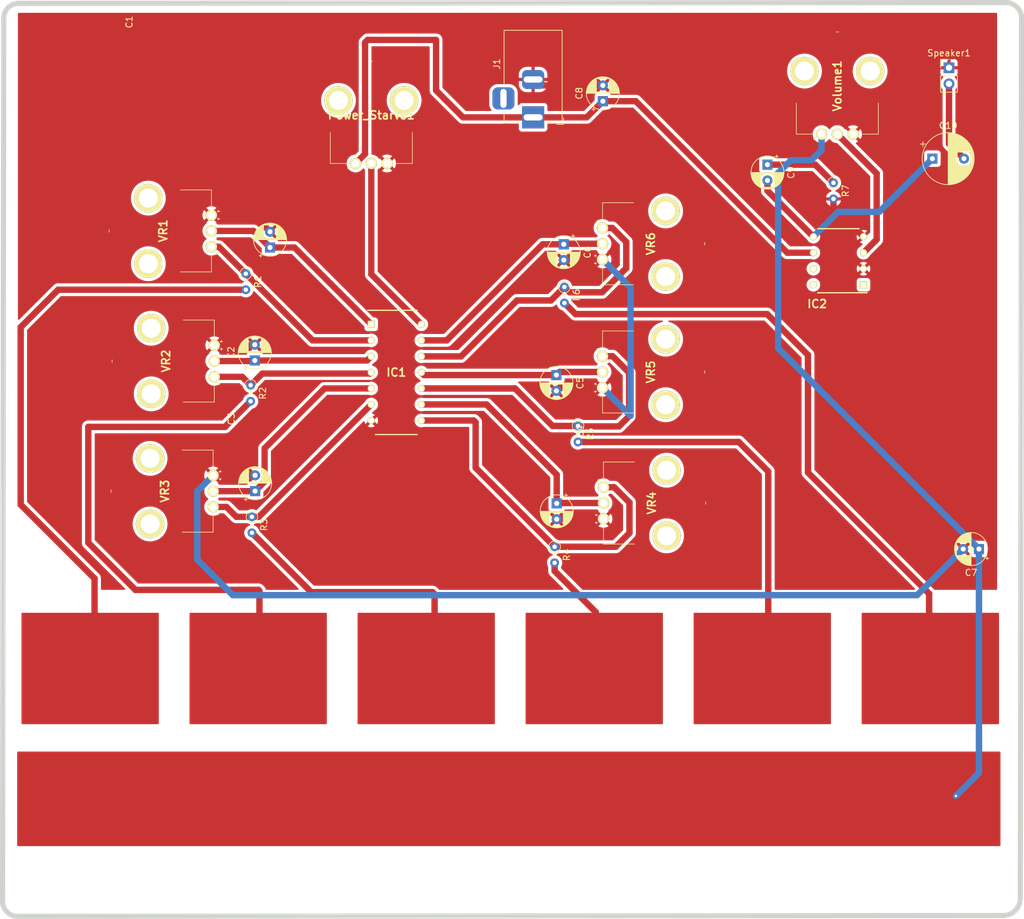
<source format=kicad_pcb>
(kicad_pcb (version 20211014) (generator pcbnew)
  (layers (0 "F.Cu" signal) (31 "B.Cu" signal) (34 "B.Paste" user) (35 "F.Paste" user) (36 "B.SilkS" user "B.Silkscreen") (37 "F.SilkS" user "F.Silkscreen") (38 "B.Mask" user) (39 "F.Mask" user) (44 "Edge.Cuts" user))
  (net 0 "")
  (net 1 "A_in")
  (net 2 "GND")
  (net 3 "B_in")
  (net 4 "C_in")
  (net 5 "D_in")
  (net 6 "E_in")
  (net 7 "F_in")
  (net 8 "+9V")
  (net 9 "Net-(IC1-Pad14)")
  (net 10 "F_out")
  (net 11 "E_out")
  (net 12 "D_out")
  (net 13 "B_out")
  (net 14 "A_out")
  (net 15 "Electrode1")
  (net 16 "Electrode2")
  (net 17 "C_out")
  (net 18 "Electrode3")
  (net 19 "Electrode4")
  (net 20 "Electrode5")
  (net 21 "Electrode6")
  (net 34 "OUTPUT_PAD")
  (net 35 "Net-(C9-Pad1)")
  (net 36 "Net-(C10-Pad1)")
  (net 37 "Net-(C10-Pad2)")
  (net 40 "Net-(IC2-Pad3)")
  (footprint "P120PK-Y25BR10K:P120PKY25BR10K" (layer "F.Cu") (at 94.3402 55.8146 90)
    (fp_text reference "VR1" (at 2.5 -7.65 90) (layer "F.SilkS") (effects (font (size 1.27 1.27) (thickness 0.254))))
    (fp_text value "10k" hide)
    (pad "1" thru_hole circle (at 0 0 180) (size 1.8 1.8) (drill 1.2) (layers *.Cu *.Mask "F.SilkS") (net 14 "A_out"))
    (pad "2" thru_hole circle (at 2.5 0 180) (size 1.8 1.8) (drill 1.2) (layers *.Cu *.Mask "F.SilkS") (net 1 "A_in"))
    (pad "3" thru_hole circle (at 5 0 180) (size 1.8 1.8) (drill 1.2) (layers *.Cu *.Mask "F.SilkS") (net 2 "GND"))
    (pad "MH1" thru_hole circle (at -2.7 -10 180) (size 4.5 4.5) (drill 3) (layers *.Cu *.Mask "F.SilkS"))
    (pad "MH2" thru_hole circle (at 7.7 -10 180) (size 4.5 4.5) (drill 3) (layers *.Cu *.Mask "F.SilkS"))
  )
  (footprint "Capacitor_THT:CP_Radial_D5.0mm_P2.50mm" (layer "F.Cu") (at 101.219 73.849113 90)
    (fp_text reference "C2" (at 1.25 -3.75 90) (layer "F.SilkS"))
    (fp_text value "1uF")
    (pad "1" thru_hole rect (at 0 0 90) (size 1.6 1.6) (drill 0.8) (layers *.Cu *.Mask) (net 3 "B_in"))
    (pad "2" thru_hole circle (at 2.5 0 90) (size 1.6 1.6) (drill 0.8) (layers *.Cu *.Mask) (net 2 "GND"))
  )
  (footprint "P120PK-Y25BR10K:P120PKY25BR10K" (layer "F.Cu") (at 117.1848 42.6258)
    (fp_text reference "Power_Starve1" (at 2.5 -7.65) (layer "F.SilkS") (effects (font (size 1.27 1.27) (thickness 0.254))))
    (fp_text value "10k" hide)
    (pad "1" thru_hole circle (at 0 0 90) (size 1.8 1.8) (drill 1.2) (layers *.Cu *.Mask "F.SilkS") (net 8 "+9V"))
    (pad "2" thru_hole circle (at 2.5 0 90) (size 1.8 1.8) (drill 1.2) (layers *.Cu *.Mask "F.SilkS") (net 9 "Net-(IC1-Pad14)"))
    (pad "3" thru_hole circle (at 5 0 90) (size 1.8 1.8) (drill 1.2) (layers *.Cu *.Mask "F.SilkS") (net 2 "GND"))
    (pad "MH1" thru_hole circle (at -2.7 -10 90) (size 4.5 4.5) (drill 3) (layers *.Cu *.Mask "F.SilkS"))
    (pad "MH2" thru_hole circle (at 7.7 -10 90) (size 4.5 4.5) (drill 3) (layers *.Cu *.Mask "F.SilkS"))
  )
  (footprint "Capacitor_THT:CP_Radial_D5.0mm_P2.50mm" (layer "F.Cu") (at 150.1902 55.436888 -90)
    (fp_text reference "C6" (at 1.25 -3.75 90) (layer "F.SilkS"))
    (fp_text value "1uF")
    (pad "1" thru_hole rect (at 0 0 270) (size 1.6 1.6) (drill 0.8) (layers *.Cu *.Mask) (net 7 "F_in"))
    (pad "2" thru_hole circle (at 2.5 0 270) (size 1.6 1.6) (drill 0.8) (layers *.Cu *.Mask) (net 2 "GND"))
  )
  (footprint "Capacitor_THT:CP_Radial_D5.0mm_P2.50mm" (layer "F.Cu") (at 182.4736 42.813088 -90)
    (fp_text reference "C9" (at 1.25 -3.75 90) (layer "F.SilkS"))
    (fp_text value "100nF")
    (pad "1" thru_hole rect (at 0 0 270) (size 1.6 1.6) (drill 0.8) (layers *.Cu *.Mask) (net 35 "Net-(C9-Pad1)"))
    (pad "2" thru_hole circle (at 2.5 0 270) (size 1.6 1.6) (drill 0.8) (layers *.Cu *.Mask) (net 36 "Net-(C10-Pad1)"))
  )
  (footprint "Capacitor_THT:CP_Radial_D8.0mm_P5.00mm" (layer "F.Cu") (at 208.620549 41.8592)
    (fp_text reference "C10" (at 2.5 -5.25) (layer "F.SilkS"))
    (fp_text value "1000uF")
    (pad "1" thru_hole rect (at 0 0) (size 1.6 1.6) (drill 0.8) (layers *.Cu *.Mask) (net 36 "Net-(C10-Pad1)"))
    (pad "2" thru_hole circle (at 5 0) (size 1.6 1.6) (drill 0.8) (layers *.Cu *.Mask) (net 37 "Net-(C10-Pad2)"))
  )
  (footprint "Resistor_THT:R_Axial_DIN0204_L3.6mm_D1.6mm_P2.54mm_Vertical" (layer "F.Cu") (at 192.9384 45.6938 -90)
    (fp_text reference "R7" (at 1.27 -1.92 90) (layer "F.SilkS"))
    (fp_text value "10")
    (pad "1" thru_hole circle (at 0 0 270) (size 1.4 1.4) (drill 0.7) (layers *.Cu *.Mask) (net 35 "Net-(C9-Pad1)"))
    (pad "2" thru_hole oval (at 2.54 0 270) (size 1.4 1.4) (drill 0.7) (layers *.Cu *.Mask) (net 2 "GND"))
  )
  (footprint "Capacitor_THT:CP_Radial_D5.0mm_P2.50mm" (layer "F.Cu") (at 103.632 55.942113 90)
    (fp_text reference "C1" (at 35.7324 -22.3128 90) (layer "F.SilkS"))
    (fp_text value "1uF")
    (pad "1" thru_hole rect (at 0 0 90) (size 1.6 1.6) (drill 0.8) (layers *.Cu *.Mask) (net 1 "A_in"))
    (pad "2" thru_hole circle (at 2.5 0 90) (size 1.6 1.6) (drill 0.8) (layers *.Cu *.Mask) (net 2 "GND"))
  )
  (footprint "CD40106BE:DIP794W53P254L1930H508Q14N" (layer "F.Cu") (at 123.6472 75.7428)
    (fp_text reference "IC1" (at 0 0) (layer "F.SilkS") (effects (font (size 1.27 1.27) (thickness 0.254))))
    (fp_text value "CD40106BE" hide)
    (pad "1" thru_hole rect (at -3.97 -7.62 90) (size 1.13 1.13) (drill 0.73) (layers *.Cu *.Mask "F.SilkS") (net 1 "A_in"))
    (pad "2" thru_hole circle (at -3.97 -5.08 90) (size 1.13 1.13) (drill 0.73) (layers *.Cu *.Mask "F.SilkS") (net 14 "A_out"))
    (pad "3" thru_hole circle (at -3.97 -2.54 90) (size 1.13 1.13) (drill 0.73) (layers *.Cu *.Mask "F.SilkS") (net 3 "B_in"))
    (pad "4" thru_hole circle (at -3.97 0 90) (size 1.13 1.13) (drill 0.73) (layers *.Cu *.Mask "F.SilkS") (net 13 "B_out"))
    (pad "5" thru_hole circle (at -3.97 2.54 90) (size 1.13 1.13) (drill 0.73) (layers *.Cu *.Mask "F.SilkS") (net 4 "C_in"))
    (pad "6" thru_hole circle (at -3.97 5.08 90) (size 1.13 1.13) (drill 0.73) (layers *.Cu *.Mask "F.SilkS") (net 17 "C_out"))
    (pad "7" thru_hole circle (at -3.97 7.62 90) (size 1.13 1.13) (drill 0.73) (layers *.Cu *.Mask "F.SilkS") (net 2 "GND"))
    (pad "8" thru_hole circle (at 3.97 7.62 90) (size 1.13 1.13) (drill 0.73) (layers *.Cu *.Mask "F.SilkS") (net 12 "D_out"))
    (pad "9" thru_hole circle (at 3.97 5.08 90) (size 1.13 1.13) (drill 0.73) (layers *.Cu *.Mask "F.SilkS") (net 5 "D_in"))
    (pad "10" thru_hole circle (at 3.97 2.54 90) (size 1.13 1.13) (drill 0.73) (layers *.Cu *.Mask "F.SilkS") (net 11 "E_out"))
    (pad "11" thru_hole circle (at 3.97 0 90) (size 1.13 1.13) (drill 0.73) (layers *.Cu *.Mask "F.SilkS") (net 6 "E_in"))
    (pad "12" thru_hole circle (at 3.97 -2.54 90) (size 1.13 1.13) (drill 0.73) (layers *.Cu *.Mask "F.SilkS") (net 10 "F_out"))
    (pad "13" thru_hole circle (at 3.97 -5.08 90) (size 1.13 1.13) (drill 0.73) (layers *.Cu *.Mask "F.SilkS") (net 7 "F_in"))
    (pad "14" thru_hole circle (at 3.97 -7.62 90) (size 1.13 1.13) (drill 0.73) (layers *.Cu *.Mask "F.SilkS") (net 9 "Net-(IC1-Pad14)"))
  )
  (footprint "Resistor_THT:R_Axial_DIN0204_L3.6mm_D1.6mm_P2.54mm_Vertical" (layer "F.Cu") (at 150.2918 62.2046 -90)
    (fp_text reference "R6" (at 1.27 -1.92 90) (layer "F.SilkS"))
    (fp_text value "1k")
    (pad "1" thru_hole circle (at 0 0 270) (size 1.4 1.4) (drill 0.7) (layers *.Cu *.Mask) (net 10 "F_out"))
    (pad "2" thru_hole oval (at 2.54 0 270) (size 1.4 1.4) (drill 0.7) (layers *.Cu *.Mask) (net 21 "Electrode6"))
  )
  (footprint "Resistor_THT:R_Axial_DIN0204_L3.6mm_D1.6mm_P2.54mm_Vertical" (layer "F.Cu") (at 99.7958 60.0964 -90)
    (fp_text reference "R1" (at 1.27 -1.92 90) (layer "F.SilkS"))
    (fp_text value "1k")
    (pad "1" thru_hole circle (at 0 0 270) (size 1.4 1.4) (drill 0.7) (layers *.Cu *.Mask) (net 14 "A_out"))
    (pad "2" thru_hole oval (at 2.54 0 270) (size 1.4 1.4) (drill 0.7) (layers *.Cu *.Mask) (net 15 "Electrode1"))
  )
  (footprint "Capacitor_THT:CP_Radial_D5.0mm_P2.50mm" (layer "F.Cu") (at 149.0218 76.163288 -90)
    (fp_text reference "C5" (at 1.25 -3.75 90) (layer "F.SilkS"))
    (fp_text value "1uF")
    (pad "1" thru_hole rect (at 0 0 270) (size 1.6 1.6) (drill 0.8) (layers *.Cu *.Mask) (net 6 "E_in"))
    (pad "2" thru_hole circle (at 2.5 0 270) (size 1.6 1.6) (drill 0.8) (layers *.Cu *.Mask) (net 2 "GND"))
  )
  (footprint "Resistor_THT:R_Axial_DIN0204_L3.6mm_D1.6mm_P2.54mm_Vertical" (layer "F.Cu") (at 148.7424 103.3772 -90)
    (fp_text reference "R4" (at 1.27 -1.92 -270) (layer "F.SilkS"))
    (fp_text value "1k")
    (pad "1" thru_hole circle (at 0 0 270) (size 1.4 1.4) (drill 0.7) (layers *.Cu *.Mask) (net 12 "D_out"))
    (pad "2" thru_hole oval (at 2.54 0 270) (size 1.4 1.4) (drill 0.7) (layers *.Cu *.Mask) (net 19 "Electrode4"))
  )
  (footprint "P120PK-Y25BR10K:P120PKY25BR10K" (layer "F.Cu") (at 191.048 37.9776)
    (fp_text reference "Volume1" (at 2.5 -7.65 90) (layer "F.SilkS") (effects (font (size 1.27 1.27) (thickness 0.254))))
    (fp_text value "10k" hide)
    (pad "1" thru_hole circle (at 0 0 90) (size 1.8 1.8) (drill 1.2) (layers *.Cu *.Mask "F.SilkS") (net 34 "OUTPUT_PAD"))
    (pad "2" thru_hole circle (at 2.5 0 90) (size 1.8 1.8) (drill 1.2) (layers *.Cu *.Mask "F.SilkS") (net 40 "Net-(IC2-Pad3)"))
    (pad "3" thru_hole circle (at 5 0 90) (size 1.8 1.8) (drill 1.2) (layers *.Cu *.Mask "F.SilkS") (net 2 "GND"))
    (pad "MH1" thru_hole circle (at -2.7 -10 90) (size 4.5 4.5) (drill 3) (layers *.Cu *.Mask "F.SilkS"))
    (pad "MH2" thru_hole circle (at 7.7 -10 90) (size 4.5 4.5) (drill 3) (layers *.Cu *.Mask "F.SilkS"))
  )
  (footprint "P120PK-Y25BR10K:P120PKY25BR10K" (layer "F.Cu") (at 156.3324 52.8466 -90)
    (fp_text reference "VR6" (at 2.5 -7.65 90) (layer "F.SilkS") (effects (font (size 1.27 1.27) (thickness 0.254))))
    (fp_text value "10k" hide)
    (pad "1" thru_hole circle (at 0 0) (size 1.8 1.8) (drill 1.2) (layers *.Cu *.Mask "F.SilkS") (net 10 "F_out"))
    (pad "2" thru_hole circle (at 2.5 0) (size 1.8 1.8) (drill 1.2) (layers *.Cu *.Mask "F.SilkS") (net 7 "F_in"))
    (pad "3" thru_hole circle (at 5 0) (size 1.8 1.8) (drill 1.2) (layers *.Cu *.Mask "F.SilkS") (net 2 "GND"))
    (pad "MH1" thru_hole circle (at -2.7 -10) (size 4.5 4.5) (drill 3) (layers *.Cu *.Mask "F.SilkS"))
    (pad "MH2" thru_hole circle (at 7.7 -10) (size 4.5 4.5) (drill 3) (layers *.Cu *.Mask "F.SilkS"))
  )
  (footprint "Resistor_THT:R_Axial_DIN0204_L3.6mm_D1.6mm_P2.54mm_Vertical" (layer "F.Cu") (at 100.5586 77.774 -90)
    (fp_text reference "R2" (at 1.27 -1.92 -270) (layer "F.SilkS"))
    (fp_text value "1k")
    (pad "1" thru_hole circle (at 0 0 270) (size 1.4 1.4) (drill 0.7) (layers *.Cu *.Mask) (net 13 "B_out"))
    (pad "2" thru_hole oval (at 2.54 0 270) (size 1.4 1.4) (drill 0.7) (layers *.Cu *.Mask) (net 16 "Electrode2"))
  )
  (footprint "P120PK-Y25BR10K:P120PKY25BR10K" (layer "F.Cu") (at 94.7974 76.4394 90)
    (fp_text reference "VR2" (at 2.5 -7.65 90) (layer "F.SilkS") (effects (font (size 1.27 1.27) (thickness 0.254))))
    (fp_text value "10k" hide)
    (pad "1" thru_hole circle (at 0 0 180) (size 1.8 1.8) (drill 1.2) (layers *.Cu *.Mask "F.SilkS") (net 13 "B_out"))
    (pad "2" thru_hole circle (at 2.5 0 180) (size 1.8 1.8) (drill 1.2) (layers *.Cu *.Mask "F.SilkS") (net 3 "B_in"))
    (pad "3" thru_hole circle (at 5 0 180) (size 1.8 1.8) (drill 1.2) (layers *.Cu *.Mask "F.SilkS") (net 2 "GND"))
    (pad "MH1" thru_hole circle (at -2.7 -10 180) (size 4.5 4.5) (drill 3) (layers *.Cu *.Mask "F.SilkS"))
    (pad "MH2" thru_hole circle (at 7.7 -10 180) (size 4.5 4.5) (drill 3) (layers *.Cu *.Mask "F.SilkS"))
  )
  (footprint "Capacitor_THT:CP_Radial_D5.0mm_P2.50mm" (layer "F.Cu") (at 156.3878 32.751912 90)
    (fp_text reference "C8" (at 1.25 -3.75 90) (layer "F.SilkS"))
    (fp_text value "100nF")
    (pad "1" thru_hole rect (at 0 0 90) (size 1.6 1.6) (drill 0.8) (layers *.Cu *.Mask) (net 8 "+9V"))
    (pad "2" thru_hole circle (at 2.5 0 90) (size 1.6 1.6) (drill 0.8) (layers *.Cu *.Mask) (net 2 "GND"))
  )
  (footprint "LM386N-4_NOPB:DIP794W53P254L959H508Q8N" (layer "F.Cu") (at 193.7258 58.039 180)
    (fp_text reference "IC2" (at 3.368975 -6.8476) (layer "F.SilkS") (effects (font (size 1.27 1.27) (thickness 0.254))))
    (fp_text value "LM386N-4_NOPB" hide)
    (pad "1" thru_hole rect (at -3.97 -3.81 270) (size 1.13 1.13) (drill 0.73) (layers *.Cu *.Mask "F.SilkS"))
    (pad "2" thru_hole circle (at -3.97 -1.27 270) (size 1.13 1.13) (drill 0.73) (layers *.Cu *.Mask "F.SilkS") (net 2 "GND"))
    (pad "3" thru_hole circle (at -3.97 1.27 270) (size 1.13 1.13) (drill 0.73) (layers *.Cu *.Mask "F.SilkS") (net 40 "Net-(IC2-Pad3)"))
    (pad "4" thru_hole circle (at -3.97 3.81 270) (size 1.13 1.13) (drill 0.73) (layers *.Cu *.Mask "F.SilkS") (net 2 "GND"))
    (pad "5" thru_hole circle (at 3.97 3.81 270) (size 1.13 1.13) (drill 0.73) (layers *.Cu *.Mask "F.SilkS") (net 36 "Net-(C10-Pad1)"))
    (pad "6" thru_hole circle (at 3.97 1.27 270) (size 1.13 1.13) (drill 0.73) (layers *.Cu *.Mask "F.SilkS") (net 8 "+9V"))
    (pad "7" thru_hole circle (at 3.97 -1.27 270) (size 1.13 1.13) (drill 0.73) (layers *.Cu *.Mask "F.SilkS"))
    (pad "8" thru_hole circle (at 3.97 -3.81 270) (size 1.13 1.13) (drill 0.73) (layers *.Cu *.Mask "F.SilkS"))
  )
  (footprint "Resistor_THT:R_Axial_DIN0204_L3.6mm_D1.6mm_P2.54mm_Vertical" (layer "F.Cu") (at 152.4508 84.2264 -90)
    (fp_text reference "R5" (at 1.27 -1.92 90) (layer "F.SilkS"))
    (fp_text value "1k")
    (pad "1" thru_hole circle (at 0 0 270) (size 1.4 1.4) (drill 0.7) (layers *.Cu *.Mask) (net 11 "E_out"))
    (pad "2" thru_hole oval (at 2.54 0 270) (size 1.4 1.4) (drill 0.7) (layers *.Cu *.Mask) (net 20 "Electrode5"))
  )
  (footprint "Capacitor_THT:CP_Radial_D5.0mm_P2.50mm" (layer "F.Cu") (at 101.2698 94.550113 90)
    (fp_text reference "C3" (at 11.41951 -3.75 90) (layer "F.SilkS"))
    (fp_text value "1uF")
    (pad "1" thru_hole rect (at 0 0 90) (size 1.6 1.6) (drill 0.8) (layers *.Cu *.Mask) (net 4 "C_in"))
    (pad "2" thru_hole circle (at 2.5 0 90) (size 1.6 1.6) (drill 0.8) (layers *.Cu *.Mask) (net 2 "GND"))
  )
  (footprint "Connector_BarrelJack:BarrelJack_Horizontal" (layer "F.Cu") (at 145.3311 35.3116 -90)
    (fp_text reference "J1" (at -8.45 5.75 90) (layer "F.SilkS"))
    (fp_text value "Barrel_Jack")
    (pad "1" thru_hole rect (at 0 0 270) (size 3.5 3.5) (drill oval 1 3) (layers *.Cu *.Mask) (net 8 "+9V"))
    (pad "2" thru_hole roundrect (at -6 0 270) (size 3 3.5) (drill oval 1 3) (layers *.Cu *.Mask) (net 2 "GND"))
    (pad "3" thru_hole roundrect (at -3 4.7 270) (size 3.5 3.5) (drill oval 3 1) (layers *.Cu *.Mask))
  )
  (footprint "P120PK-Y25BR10K:P120PKY25BR10K" (layer "F.Cu") (at 156.3324 73.172 -90)
    (fp_text reference "VR5" (at 2.5 -7.65 90) (layer "F.SilkS") (effects (font (size 1.27 1.27) (thickness 0.254))))
    (fp_text value "10k" hide)
    (pad "1" thru_hole circle (at 0 0) (size 1.8 1.8) (drill 1.2) (layers *.Cu *.Mask "F.SilkS") (net 11 "E_out"))
    (pad "2" thru_hole circle (at 2.5 0) (size 1.8 1.8) (drill 1.2) (layers *.Cu *.Mask "F.SilkS") (net 6 "E_in"))
    (pad "3" thru_hole circle (at 5 0) (size 1.8 1.8) (drill 1.2) (layers *.Cu *.Mask "F.SilkS") (net 2 "GND"))
    (pad "MH1" thru_hole circle (at -2.7 -10) (size 4.5 4.5) (drill 3) (layers *.Cu *.Mask "F.SilkS"))
    (pad "MH2" thru_hole circle (at 7.7 -10) (size 4.5 4.5) (drill 3) (layers *.Cu *.Mask "F.SilkS"))
  )
  (footprint "Capacitor_THT:CP_Radial_D5.0mm_P2.50mm" (layer "F.Cu") (at 216.0016 103.7336 180)
    (fp_text reference "C7" (at 1.25 -3.75) (layer "F.SilkS"))
    (fp_text value "100uF")
    (pad "1" thru_hole rect (at 0 0 180) (size 1.6 1.6) (drill 0.8) (layers *.Cu *.Mask) (net 34 "OUTPUT_PAD"))
    (pad "2" thru_hole circle (at 2.5 0 180) (size 1.6 1.6) (drill 0.8) (layers *.Cu *.Mask) (net 2 "GND"))
  )
  (footprint "Capacitor_THT:CP_Radial_D5.0mm_P2.50mm" (layer "F.Cu") (at 149.0726 96.508688 -90)
    (fp_text reference "C4" (at -11.400485 -3.75 90) (layer "F.SilkS"))
    (fp_text value "1uF")
    (pad "1" thru_hole rect (at 0 0 270) (size 1.6 1.6) (drill 0.8) (layers *.Cu *.Mask) (net 5 "D_in"))
    (pad "2" thru_hole circle (at 2.5 0 270) (size 1.6 1.6) (drill 0.8) (layers *.Cu *.Mask) (net 2 "GND"))
  )
  (footprint "Connector_PinHeader_2.54mm:PinHeader_1x02_P2.54mm_Vertical" (layer "F.Cu") (at 211.2518 27.4524)
    (fp_text reference "Speaker1" (at 0 -2.33) (layer "F.SilkS"))
    (fp_text value "Conn_01x02_Male")
    (pad "1" thru_hole rect (at 0 0) (size 1.7 1.7) (drill 1) (layers *.Cu *.Mask) (net 2 "GND"))
    (pad "2" thru_hole oval (at 0 2.54) (size 1.7 1.7) (drill 1) (layers *.Cu *.Mask) (net 37 "Net-(C10-Pad2)"))
  )
  (footprint "P120PK-Y25BR10K:P120PKY25BR10K" (layer "F.Cu") (at 156.4848 93.9438 -90)
    (fp_text reference "VR4" (at 2.5 -7.65 90) (layer "F.SilkS") (effects (font (size 1.27 1.27) (thickness 0.254))))
    (fp_text value "10k" hide)
    (pad "1" thru_hole circle (at 0 0) (size 1.8 1.8) (drill 1.2) (layers *.Cu *.Mask "F.SilkS") (net 12 "D_out"))
    (pad "2" thru_hole circle (at 2.5 0) (size 1.8 1.8) (drill 1.2) (layers *.Cu *.Mask "F.SilkS") (net 5 "D_in"))
    (pad "3" thru_hole circle (at 5 0) (size 1.8 1.8) (drill 1.2) (layers *.Cu *.Mask "F.SilkS") (net 2 "GND"))
    (pad "MH1" thru_hole circle (at -2.7 -10) (size 4.5 4.5) (drill 3) (layers *.Cu *.Mask "F.SilkS"))
    (pad "MH2" thru_hole circle (at 7.7 -10) (size 4.5 4.5) (drill 3) (layers *.Cu *.Mask "F.SilkS"))
  )
  (footprint "Resistor_THT:R_Axial_DIN0204_L3.6mm_D1.6mm_P2.54mm_Vertical" (layer "F.Cu") (at 100.7618 98.6282 -90)
    (fp_text reference "R3" (at 1.27 -1.92 90) (layer "F.SilkS"))
    (fp_text value "1k")
    (pad "1" thru_hole circle (at 0 0 270) (size 1.4 1.4) (drill 0.7) (layers *.Cu *.Mask) (net 17 "C_out"))
    (pad "2" thru_hole oval (at 2.54 0 270) (size 1.4 1.4) (drill 0.7) (layers *.Cu *.Mask) (net 18 "Electrode3"))
  )
  (footprint "P120PK-Y25BR10K:P120PKY25BR10K" (layer "F.Cu") (at 94.6196 97.0642 90)
    (fp_text reference "VR3" (at 2.5 -7.65 90) (layer "F.SilkS") (effects (font (size 1.27 1.27) (thickness 0.254))))
    (fp_text value "10k" hide)
    (pad "1" thru_hole circle (at 0 0 180) (size 1.8 1.8) (drill 1.2) (layers *.Cu *.Mask "F.SilkS") (net 17 "C_out"))
    (pad "2" thru_hole circle (at 2.5 0 180) (size 1.8 1.8) (drill 1.2) (layers *.Cu *.Mask "F.SilkS") (net 4 "C_in"))
    (pad "3" thru_hole circle (at 5 0 180) (size 1.8 1.8) (drill 1.2) (layers *.Cu *.Mask "F.SilkS") (net 2 "GND"))
    (pad "MH1" thru_hole circle (at -2.7 -10 180) (size 4.5 4.5) (drill 3) (layers *.Cu *.Mask "F.SilkS"))
    (pad "MH2" thru_hole circle (at 7.7 -10 180) (size 4.5 4.5) (drill 3) (layers *.Cu *.Mask "F.SilkS"))
  )
  (gr_line (start 61.4299 19.6342) (end 61.2394 159.6898) (layer "Edge.Cuts") (width 0.8128))
  (gr_line (start 220.2434 17.1196) (end 63.8302 17.2466) (layer "Edge.Cuts") (width 0.8128))
  (gr_arc (start 222.56115 158.9278) (mid 221.899671 160.864917) (end 220.091 161.8234) (layer "Edge.Cuts") (width 0.8128))
  (gr_arc (start 63.5 161.9504) (mid 61.937341 161.252459) (end 61.2394 159.6898) (layer "Edge.Cuts") (width 0.8128))
  (gr_arc (start 220.2434 17.1196) (mid 221.922011 17.742683) (end 222.75165 19.3294) (layer "Edge.Cuts") (width 0.8128))
  (gr_line (start 220.091 161.8234) (end 63.5 161.9504) (layer "Edge.Cuts") (width 0.8128))
  (gr_line (start 222.75165 19.3294) (end 222.56115 158.9278) (layer "Edge.Cuts") (width 0.8128))
  (gr_arc (start 61.4299 19.6342) (mid 62.122406 17.930056) (end 63.8302 17.2466) (layer "Edge.Cuts") (width 0.8128))
  (gr_text "Volume\n" (at 179.0954 28.9306) (layer "F.Cu") (effects (font (size 1.5 1.5) (thickness 0.3))))
  (gr_text "Power" (at 155.4988 24.0284) (layer "F.Cu") (effects (font (size 1.5 1.5) (thickness 0.3))))
  (gr_text "based on design by Ekkoflok" (at 84.7598 27.3304) (layer "F.Cu") (effects (font (size 1.5 1.5) (thickness 0.3))))
  (gr_text "Hex Synth" (at 73.7362 23.3172) (layer "F.Cu") (effects (font (size 1.5 1.5) (thickness 0.3))))
  (gr_text "Starve" (at 118.9228 20.6502) (layer "F.Cu") (effects (font (size 1.5 1.5) (thickness 0.3))))
  (gr_text "Hippolyte B." (at 88.138 23.114) (layer "F.Cu") (effects (font (size 1.5 1.5) (thickness 0.3))))
  (gr_text "Speaker" (at 211.0486 22.2758) (layer "F.Cu") (effects (font (size 1.5 1.5) (thickness 0.3))))
  (segment (start 107.496513 55.942113) (end 119.6772 68.1228) (width 1) (layer "F.Cu") (net 1))
  (segment (start 103.632 55.942113) (end 107.496513 55.942113) (width 1) (layer "F.Cu") (net 1))
  (segment (start 94.3402 53.3146) (end 101.004487 53.3146) (width 1) (layer "F.Cu") (net 1))
  (segment (start 101.004487 53.3146) (end 103.632 55.942113) (width 1) (layer "F.Cu") (net 1))
  (segment (start 149.513088 78.172) (end 149.0218 78.663288) (width 1.016) (layer "F.Cu") (net 2))
  (segment (start 192.9384 48.2338) (end 192.9384 49.4716) (width 1.016) (layer "F.Cu") (net 2))
  (segment (start 156.3324 57.8466) (end 150.280488 57.8466) (width 1.016) (layer "F.Cu") (net 2))
  (segment (start 101.004487 50.8146) (end 103.632 53.442113) (width 1) (layer "F.Cu") (net 2))
  (segment (start 146.271412 30.251912) (end 156.3878 30.251912) (width 1) (layer "F.Cu") (net 2))
  (segment (start 94.6196 92.0642) (end 101.255713 92.0642) (width 1) (layer "F.Cu") (net 2))
  (segment (start 94.7974 71.4394) (end 101.128713 71.4394) (width 1) (layer "F.Cu") (net 2))
  (segment (start 145.3311 29.3116) (end 146.271412 30.251912) (width 1) (layer "F.Cu") (net 2))
  (segment (start 101.255713 92.0642) (end 101.2698 92.050113) (width 1) (layer "F.Cu") (net 2))
  (segment (start 150.280488 57.8466) (end 150.1902 57.936888) (width 1.016) (layer "F.Cu") (net 2))
  (segment (start 149.137488 98.9438) (end 149.0726 99.008688) (width 1.016) (layer "F.Cu") (net 2))
  (segment (start 101.128713 71.4394) (end 101.219 71.349113) (width 1) (layer "F.Cu") (net 2))
  (segment (start 156.4848 98.9438) (end 149.137488 98.9438) (width 1.016) (layer "F.Cu") (net 2))
  (segment (start 156.3324 78.172) (end 149.513088 78.172) (width 1.016) (layer "F.Cu") (net 2))
  (segment (start 94.3402 50.8146) (end 101.004487 50.8146) (width 1) (layer "F.Cu") (net 2))
  (segment (start 192.9384 49.4716) (end 197.6958 54.229) (width 1.016) (layer "F.Cu") (net 2))
  (segment (start 160.782 62.2962) (end 160.782 82.6216) (width 1.016) (layer "B.Cu") (net 2))
  (segment (start 97.739713 111.0488) (end 92.100026 105.409113) (width 1.016) (layer "B.Cu") (net 2))
  (segment (start 213.5016 103.7336) (end 206.1864 111.0488) (width 1.016) (layer "B.Cu") (net 2))
  (segment (start 206.1864 111.0488) (end 97.739713 111.0488) (width 1.016) (layer "B.Cu") (net 2))
  (segment (start 92.100026 105.409113) (end 92.100026 94.583774) (width 1.016) (layer "B.Cu") (net 2))
  (segment (start 156.3324 57.8466) (end 160.782 62.2962) (width 1.016) (layer "B.Cu") (net 2))
  (segment (start 160.782 82.6216) (end 156.3324 78.172) (width 1.016) (layer "B.Cu") (net 2))
  (segment (start 92.100026 94.583774) (end 94.6196 92.0642) (width 1.016) (layer "B.Cu") (net 2))
  (segment (start 101.128713 73.9394) (end 101.219 73.849113) (width 1) (layer "F.Cu") (net 3))
  (segment (start 101.219 73.849113) (end 119.030887 73.849113) (width 1) (layer "F.Cu") (net 3))
  (segment (start 119.030887 73.849113) (end 119.6772 73.2028) (width 1) (layer "F.Cu") (net 3))
  (segment (start 94.7974 73.9394) (end 101.128713 73.9394) (width 1) (layer "F.Cu") (net 3))
  (segment (start 102.7698 93.050113) (end 102.7698 87.781) (width 1) (layer "F.Cu") (net 4))
  (segment (start 94.6196 94.5642) (end 101.255713 94.5642) (width 1) (layer "F.Cu") (net 4))
  (segment (start 101.2698 94.550113) (end 102.7698 93.050113) (width 1) (layer "F.Cu") (net 4))
  (segment (start 112.268 78.2828) (end 119.6772 78.2828) (width 1) (layer "F.Cu") (net 4))
  (segment (start 102.7698 87.781) (end 112.268 78.2828) (width 1) (layer "F.Cu") (net 4))
  (segment (start 101.255713 94.5642) (end 101.2698 94.550113) (width 1) (layer "F.Cu") (net 4))
  (segment (start 149.0726 96.508688) (end 149.0726 91.948) (width 1.016) (layer "F.Cu") (net 5))
  (segment (start 149.0726 91.948) (end 137.9474 80.8228) (width 1.016) (layer "F.Cu") (net 5))
  (segment (start 149.137488 96.4438) (end 149.0726 96.508688) (width 1.016) (layer "F.Cu") (net 5))
  (segment (start 156.4848 96.4438) (end 149.137488 96.4438) (width 1.016) (layer "F.Cu") (net 5))
  (segment (start 137.9474 80.8228) (end 127.6172 80.8228) (width 1.016) (layer "F.Cu") (net 5))
  (segment (start 149.0218 76.163288) (end 128.037688 76.163288) (width 1.016) (layer "F.Cu") (net 6))
  (segment (start 128.037688 76.163288) (end 127.6172 75.7428) (width 1.016) (layer "F.Cu") (net 6))
  (segment (start 156.3324 75.672) (end 149.513088 75.672) (width 1.016) (layer "F.Cu") (net 6))
  (segment (start 149.513088 75.672) (end 149.0218 76.163288) (width 1.016) (layer "F.Cu") (net 6))
  (segment (start 146.848712 55.436888) (end 131.6228 70.6628) (width 1.016) (layer "F.Cu") (net 7))
  (segment (start 150.280488 55.3466) (end 150.1902 55.436888) (width 1.016) (layer "F.Cu") (net 7))
  (segment (start 150.1902 55.436888) (end 146.848712 55.436888) (width 1.016) (layer "F.Cu") (net 7))
  (segment (start 156.3324 55.3466) (end 150.280488 55.3466) (width 1.016) (layer "F.Cu") (net 7))
  (segment (start 131.6228 70.6628) (end 127.6172 70.6628) (width 1.016) (layer "F.Cu") (net 7))
  (segment (start 118.6942 41.1164) (end 117.1848 42.6258) (width 1) (layer "F.Cu") (net 8))
  (segment (start 119.1006 23.0378) (end 118.6942 23.4442) (width 1) (layer "F.Cu") (net 8))
  (segment (start 153.828112 35.3116) (end 156.3878 32.751912) (width 1) (layer "F.Cu") (net 8))
  (segment (start 145.3311 35.3116) (end 134.2192 35.3116) (width 1) (layer "F.Cu") (net 8))
  (segment (start 129.9464 31.0388) (end 129.9464 23.0378) (width 1) (layer "F.Cu") (net 8))
  (segment (start 145.3311 35.3116) (end 153.828112 35.3116) (width 1) (layer "F.Cu") (net 8))
  (segment (start 118.6942 23.4442) (end 118.6942 41.1164) (width 1) (layer "F.Cu") (net 8))
  (segment (start 156.3878 32.751912) (end 161.606112 32.751912) (width 1) (layer "F.Cu") (net 8))
  (segment (start 134.2192 35.3116) (end 129.9464 31.0388) (width 1) (layer "F.Cu") (net 8))
  (segment (start 161.606112 32.751912) (end 185.6232 56.769) (width 1) (layer "F.Cu") (net 8))
  (segment (start 185.6232 56.769) (end 189.7558 56.769) (width 1) (layer "F.Cu") (net 8))
  (segment (start 129.9464 23.0378) (end 119.1006 23.0378) (width 1) (layer "F.Cu") (net 8))
  (segment (start 119.6848 42.6258) (end 119.6848 60.1904) (width 1) (layer "F.Cu") (net 9))
  (segment (start 119.6848 60.1904) (end 127.6172 68.1228) (width 1) (layer "F.Cu") (net 9))
  (segment (start 160.0962 55.0672) (end 160.0962 59.2074) (width 1.016) (layer "F.Cu") (net 10))
  (segment (start 142.7726 64.339) (end 133.9088 73.2028) (width 1.016) (layer "F.Cu") (net 10))
  (segment (start 133.9088 73.2028) (end 127.6172 73.2028) (width 1.016) (layer "F.Cu") (net 10))
  (segment (start 157.8756 52.8466) (end 160.0962 55.0672) (width 1.016) (layer "F.Cu") (net 10))
  (segment (start 150.2918 62.2046) (end 148.1574 64.339) (width 1.016) (layer "F.Cu") (net 10))
  (segment (start 160.0962 59.2074) (end 156.2608 63.0428) (width 1.016) (layer "F.Cu") (net 10))
  (segment (start 148.1574 64.339) (end 142.7726 64.339) (width 1.016) (layer "F.Cu") (net 10))
  (segment (start 156.3324 52.8466) (end 157.8756 52.8466) (width 1.016) (layer "F.Cu") (net 10))
  (segment (start 151.13 63.0428) (end 150.2918 62.2046) (width 1.016) (layer "F.Cu") (net 10))
  (segment (start 156.2608 63.0428) (end 151.13 63.0428) (width 1.016) (layer "F.Cu") (net 10))
  (segment (start 152.527 84.3026) (end 152.4508 84.2264) (width 1.016) (layer "F.Cu") (net 11))
  (segment (start 152.4508 84.2264) (end 148.4114 84.2264) (width 1.016) (layer "F.Cu") (net 11))
  (segment (start 148.4114 84.2264) (end 142.5702 78.3852) (width 1.016) (layer "F.Cu") (net 11))
  (segment (start 142.5702 78.3852) (end 142.5702 78.3844) (width 1.016) (layer "F.Cu") (net 11))
  (segment (start 142.4686 78.2828) (end 127.6172 78.2828) (width 1.016) (layer "F.Cu") (net 11))
  (segment (start 158.9278 84.3026) (end 152.527 84.3026) (width 1.016) (layer "F.Cu") (net 11))
  (segment (start 156.3324 73.172) (end 157.9318 73.172) (width 1.016) (layer "F.Cu") (net 11))
  (segment (start 160.5534 75.7936) (end 160.5534 82.677) (width 1.016) (layer "F.Cu") (net 11))
  (segment (start 157.9318 73.172) (end 160.5534 75.7936) (width 1.016) (layer "F.Cu") (net 11))
  (segment (start 160.5534 82.677) (end 158.9278 84.3026) (width 1.016) (layer "F.Cu") (net 11))
  (segment (start 142.5702 78.3844) (end 142.4686 78.2828) (width 1.016) (layer "F.Cu") (net 11))
  (segment (start 158.4206 103.3772) (end 148.7424 103.3772) (width 1.016) (layer "F.Cu") (net 12))
  (segment (start 160.6042 101.1936) (end 158.4206 103.3772) (width 1.016) (layer "F.Cu") (net 12))
  (segment (start 135.9154 83.3628) (end 127.6172 83.3628) (width 1.016) (layer "F.Cu") (net 12))
  (segment (start 158.1804 93.9438) (end 160.6042 96.3676) (width 1.016) (layer "F.Cu") (net 12))
  (segment (start 148.7424 103.3772) (end 136.2202 90.855) (width 1.016) (layer "F.Cu") (net 12))
  (segment (start 156.4848 93.9438) (end 158.1804 93.9438) (width 1.016) (layer "F.Cu") (net 12))
  (segment (start 160.6042 96.3676) (end 160.6042 101.1936) (width 1.016) (layer "F.Cu") (net 12))
  (segment (start 136.2202 83.6676) (end 135.9154 83.3628) (width 1.016) (layer "F.Cu") (net 12))
  (segment (start 136.2202 90.855) (end 136.2202 83.6676) (width 1.016) (layer "F.Cu") (net 12))
  (segment (start 119.4994 75.9206) (end 119.6772 75.7428) (width 1) (layer "F.Cu") (net 13))
  (segment (start 102.412 75.9206) (end 119.4994 75.9206) (width 1) (layer "F.Cu") (net 13))
  (segment (start 94.7974 76.4394) (end 99.224 76.4394) (width 1) (layer "F.Cu") (net 13))
  (segment (start 99.224 76.4394) (end 100.5586 77.774) (width 1) (layer "F.Cu") (net 13))
  (segment (start 100.5586 77.774) (end 102.412 75.9206) (width 1) (layer "F.Cu") (net 13))
  (segment (start 99.7958 60.0964) (end 110.3622 70.6628) (width 1) (layer "F.Cu") (net 14))
  (segment (start 95.514 55.8146) (end 99.7958 60.0964) (width 1) (layer "F.Cu") (net 14))
  (segment (start 94.3402 55.8146) (end 95.514 55.8146) (width 1) (layer "F.Cu") (net 14))
  (segment (start 110.3622 70.6628) (end 119.6772 70.6628) (width 1) (layer "F.Cu") (net 14))
  (segment (start 75.819 114.4016) (end 75.8444 114.427) (width 1.016) (layer "F.Cu") (net 15))
  (segment (start 64.1096 96.6978) (end 75.819 108.4072) (width 1.016) (layer "F.Cu") (net 15))
  (segment (start 75.819 108.4072) (end 75.819 114.4016) (width 1.016) (layer "F.Cu") (net 15))
  (segment (start 70.0532 62.6364) (end 64.1096 68.58) (width 1.016) (layer "F.Cu") (net 15))
  (segment (start 64.1096 68.58) (end 64.1096 96.6978) (width 1.016) (layer "F.Cu") (net 15))
  (segment (start 99.7958 62.6364) (end 70.0532 62.6364) (width 1.016) (layer "F.Cu") (net 15))
  (segment (start 101.9556 110.363) (end 101.9556 114.3762) (width 1.016) (layer "F.Cu") (net 16))
  (segment (start 101.8032 110.2106) (end 101.9556 110.363) (width 1.016) (layer "F.Cu") (net 16))
  (segment (start 74.8284 84.3788) (end 74.8284 102.743) (width 1.016) (layer "F.Cu") (net 16))
  (segment (start 96.4938 84.3788) (end 74.8284 84.3788) (width 1.016) (layer "F.Cu") (net 16))
  (segment (start 82.296 110.2106) (end 101.8032 110.2106) (width 1.016) (layer "F.Cu") (net 16))
  (segment (start 100.5586 80.314) (end 96.4938 84.3788) (width 1.016) (layer "F.Cu") (net 16))
  (segment (start 74.8284 102.743) (end 82.296 110.2106) (width 1.016) (layer "F.Cu") (net 16))
  (segment (start 101.8718 98.6282) (end 119.6772 80.8228) (width 1) (layer "F.Cu") (net 17))
  (segment (start 98.2972 98.6282) (end 100.7618 98.6282) (width 1) (layer "F.Cu") (net 17))
  (segment (start 94.6196 97.0642) (end 96.7332 97.0642) (width 1) (layer "F.Cu") (net 17))
  (segment (start 100.7618 98.6282) (end 101.8718 98.6282) (width 1) (layer "F.Cu") (net 17))
  (segment (start 96.7332 97.0642) (end 98.2972 98.6282) (width 1) (layer "F.Cu") (net 17))
  (segment (start 110.1598 110.5662) (end 129.3876 110.5662) (width 1.016) (layer "F.Cu") (net 18))
  (segment (start 129.7178 110.8964) (end 129.7178 114.4524) (width 1.016) (layer "F.Cu") (net 18))
  (segment (start 129.3876 110.5662) (end 129.7178 110.8964) (width 1.016) (layer "F.Cu") (net 18))
  (segment (start 100.7618 101.1682) (end 110.1598 110.5662) (width 1.016) (layer "F.Cu") (net 18))
  (segment (start 148.7424 107.2134) (end 155.2702 113.7412) (width 1.016) (layer "F.Cu") (net 19))
  (segment (start 155.2702 113.7412) (end 155.2702 114.3508) (width 1.016) (layer "F.Cu") (net 19))
  (segment (start 148.7424 105.9172) (end 148.7424 107.2134) (width 1.016) (layer "F.Cu") (net 19))
  (segment (start 177.927 86.7664) (end 182.6006 91.44) (width 1.016) (layer "F.Cu") (net 20))
  (segment (start 182.6006 91.44) (end 182.6006 113.9444) (width 1.016) (layer "F.Cu") (net 20))
  (segment (start 152.4508 86.7664) (end 177.927 86.7664) (width 1.016) (layer "F.Cu") (net 20))
  (segment (start 208.1022 110.8202) (end 208.1022 114.0206) (width 1.016) (layer "F.Cu") (net 21))
  (segment (start 152.0444 66.4972) (end 182.4228 66.4972) (width 1.016) (layer "F.Cu") (net 21))
  (segment (start 188.8998 91.6178) (end 208.1022 110.8202) (width 1.016) (layer "F.Cu") (net 21))
  (segment (start 188.8998 72.9742) (end 188.8998 91.6178) (width 1.016) (layer "F.Cu") (net 21))
  (segment (start 182.4228 66.4972) (end 188.8998 72.9742) (width 1.016) (layer "F.Cu") (net 21))
  (segment (start 150.2918 64.7446) (end 152.0444 66.4972) (width 1.016) (layer "F.Cu") (net 21))
  (via (at 212.344 142.875) (size 0.8) (drill 0.4) (layers "F.Cu" "B.Cu") (net 34))
  (segment (start 216.0016 139.2174) (end 212.344 142.875) (width 1.016) (layer "B.Cu") (net 34))
  (segment (start 189.4332 42.1132) (end 186.182 42.1132) (width 1.016) (layer "B.Cu") (net 34))
  (segment (start 216.0016 103.7336) (end 216.0016 139.2174) (width 1.016) (layer "B.Cu") (net 34))
  (segment (start 191.048 40.4984) (end 189.4332 42.1132) (width 1.016) (layer "B.Cu") (net 34))
  (segment (start 191.048 37.9776) (end 191.048 40.4984) (width 1.016) (layer "B.Cu") (net 34))
  (segment (start 184.1754 71.9074) (end 216.0016 103.7336) (width 1.016) (layer "B.Cu") (net 34))
  (segment (start 184.1754 44.1198) (end 184.1754 71.9074) (width 1.016) (layer "B.Cu") (net 34))
  (segment (start 186.182 42.1132) (end 184.1754 44.1198) (width 1.016) (layer "B.Cu") (net 34))
  (segment (start 182.4736 42.813088) (end 190.057688 42.813088) (width 1.016) (layer "F.Cu") (net 35))
  (segment (start 190.057688 42.813088) (end 192.9384 45.6938) (width 1.016) (layer "F.Cu") (net 35))
  (segment (start 182.4736 45.313088) (end 182.4736 46.9468) (width 1.016) (layer "F.Cu") (net 36))
  (segment (start 182.4736 46.9468) (end 189.7558 54.229) (width 1.016) (layer "F.Cu") (net 36))
  (segment (start 193.688533 50.296267) (end 189.7558 54.229) (width 1.016) (layer "B.Cu") (net 36))
  (segment (start 208.620549 41.8592) (end 200.183482 50.296267) (width 1.016) (layer "B.Cu") (net 36))
  (segment (start 200.183482 50.296267) (end 193.688533 50.296267) (width 1.016) (layer "B.Cu") (net 36))
  (segment (start 211.2518 39.490451) (end 213.620549 41.8592) (width 1.016) (layer "F.Cu") (net 37))
  (segment (start 211.2518 29.9924) (end 211.2518 39.490451) (width 1.016) (layer "F.Cu") (net 37))
  (segment (start 199.785693 54.679107) (end 197.6958 56.769) (width 1.016) (layer "F.Cu") (net 40))
  (segment (start 199.785693 44.215293) (end 199.785693 54.679107) (width 1.016) (layer "F.Cu") (net 40))
  (segment (start 193.548 37.9776) (end 199.785693 44.215293) (width 1.016) (layer "F.Cu") (net 40))
  (zone (net 2) (net_name "GND") (layer "F.Cu") (connect_pads (clearance 0.508)) (min_thickness 0.254) (fill yes (thermal_gap 0.508) (thermal_bridge_width 0.508))
    (polygon (pts (xy 63.6778 110.2106) (xy 218.8718 110.2106) (xy 218.8718 18.7452) (xy 63.6778 18.7452)))
  )
  (zone (net 18) (net_name "Electrode3") (layer "F.Cu") (connect_pads (clearance 0.508)) (min_thickness 0.254) (fill yes (thermal_gap 0.508) (thermal_bridge_width 0.508))
    (polygon (pts (xy 117.50548 131.4958) (xy 139.27328 131.4958) (xy 139.27328 113.8428) (xy 117.50548 113.8428)))
  )
  (zone (net 20) (net_name "Electrode5") (layer "F.Cu") (connect_pads (clearance 0.508)) (min_thickness 0.254) (fill yes (thermal_gap 0.508) (thermal_bridge_width 0.508))
    (polygon (pts (xy 170.77436 131.4958) (xy 192.54216 131.4958) (xy 192.54216 113.8428) (xy 170.77436 113.8428)))
  )
  (zone (net 16) (net_name "Electrode2") (layer "F.Cu") (connect_pads (clearance 0.508)) (min_thickness 0.254) (fill yes (thermal_gap 0.508) (thermal_bridge_width 0.508))
    (polygon (pts (xy 90.87104 131.4958) (xy 112.63884 131.4958) (xy 112.63884 113.8428) (xy 90.87104 113.8428)))
  )
  (zone (net 15) (net_name "Electrode1") (layer "F.Cu") (connect_pads (clearance 0.508)) (min_thickness 0.254) (fill yes (thermal_gap 0.508) (thermal_bridge_width 0.508))
    (polygon (pts (xy 64.2366 131.4958) (xy 86.0044 131.4958) (xy 86.0044 113.8428) (xy 64.2366 113.8428)))
  )
  (zone (net 19) (net_name "Electrode4") (layer "F.Cu") (connect_pads (clearance 0.508)) (min_thickness 0.254) (fill yes (thermal_gap 0.508) (thermal_bridge_width 0.508))
    (polygon (pts (xy 144.13992 131.4958) (xy 165.90772 131.4958) (xy 165.90772 113.8428) (xy 144.13992 113.8428)))
  )
  (zone (net 34) (net_name "OUTPUT_PAD") (layer "F.Cu") (connect_pads (clearance 0.508)) (min_thickness 0.254) (fill yes (thermal_gap 0.508) (thermal_bridge_width 0.508))
    (polygon (pts (xy 63.5508 150.8252) (xy 219.4052 150.8252) (xy 219.4052 135.8392) (xy 63.5508 135.8392)))
  )
  (zone (net 21) (net_name "Electrode6") (layer "F.Cu") (connect_pads (clearance 0.508)) (min_thickness 0.254) (fill yes (thermal_gap 0.508) (thermal_bridge_width 0.508))
    (polygon (pts (xy 197.4088 131.4958) (xy 219.1766 131.4958) (xy 219.1766 113.8428) (xy 197.4088 113.8428)))
  )
)
</source>
